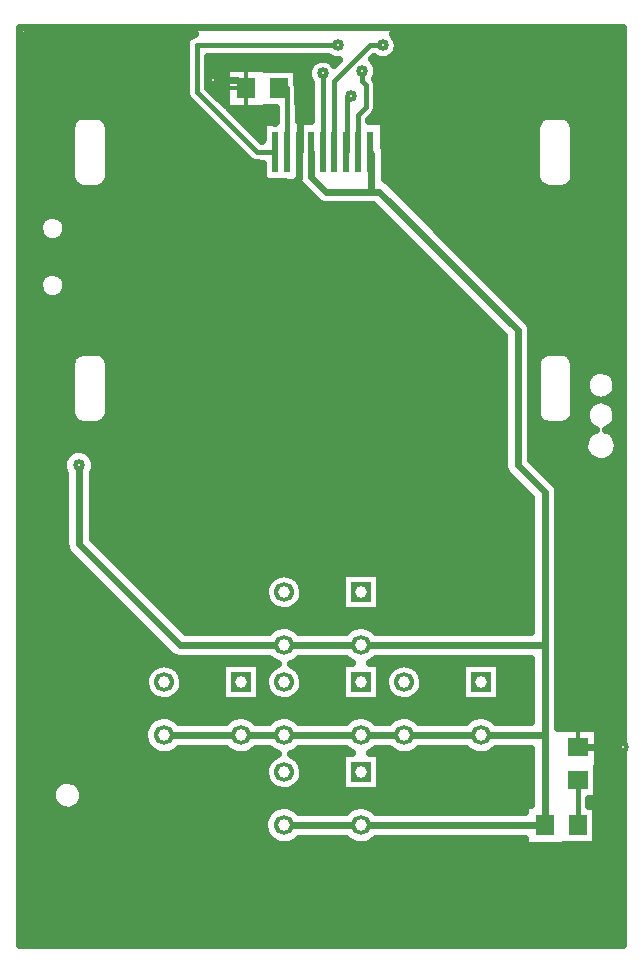
<source format=gbr>
G04 DipTrace 2.4.0.2*
%INBottom.gbr*%
%MOIN*%
%ADD13C,0.0236*%
%ADD14C,0.0157*%
%ADD15C,0.026*%
%ADD16C,0.013*%
%ADD17R,0.063X0.0709*%
%ADD18R,0.0709X0.063*%
%ADD19R,0.0236X0.1378*%
%ADD20R,0.0669X0.0669*%
%ADD21C,0.0669*%
%ADD31C,0.04X0.01*%
%ADD32C,0.01*%
%ADD35C,0.0394*%
%FSLAX44Y44*%
G04*
G70*
G90*
G75*
G01*
%LNBottom*%
%LPD*%
X19000Y-24398D2*
D13*
X20500D1*
X6862Y-2160D2*
X7660D1*
X7938Y-2438D1*
X6862Y-2160D2*
Y-1563D1*
X9750D1*
Y-4522D1*
X9713Y-4560D1*
Y-5412D1*
X9125Y-6000D1*
X3500Y-375D1*
X375D1*
Y-31000D1*
X20500D1*
Y-375D1*
X3500D1*
X9319Y-4560D2*
D14*
Y-2438D1*
X9040D1*
X11000Y-1000D2*
X6313D1*
Y-2563D1*
X8313Y-4563D1*
X8923D1*
X8925Y-4560D1*
X11826Y-1861D2*
Y-2201D1*
X11937Y-2312D1*
Y-3063D1*
X11681Y-3319D1*
Y-4560D1*
X11437Y-2688D2*
X11312D1*
Y-4535D1*
X11287Y-4560D1*
X10500Y-1938D2*
Y-4560D1*
X12500Y-1000D2*
X12063D1*
X10875Y-2188D1*
Y-4579D1*
X10894Y-4560D1*
X19000Y-27000D2*
Y-25500D1*
X11780Y-27000D2*
D13*
X17898D1*
Y-24000D1*
Y-21000D1*
Y-15898D1*
X17000Y-15000D1*
Y-10500D1*
X12375Y-5875D1*
X12125D1*
X10625D1*
X10125Y-5375D1*
Y-4579D1*
X10106Y-4560D1*
X5220Y-24000D2*
X7780D1*
X9220D1*
X11780D1*
X13220D1*
X15780D1*
X17898D1*
X9220Y-21000D2*
X11780D1*
X17898D1*
X9220Y-27000D2*
X11780D1*
X12125Y-5875D2*
Y-4610D1*
X12075Y-4560D1*
X17898Y-27000D2*
D3*
X9220Y-21000D2*
X5750D1*
X2375Y-17625D1*
Y-15000D1*
D31*
X20500Y-24398D3*
D3*
X6862Y-2160D3*
X11000Y-1000D3*
X11826Y-1861D3*
X11437Y-2688D3*
X10500Y-1938D3*
X12500Y-1000D3*
X2375Y-15000D3*
X656Y-888D2*
D15*
X5929D1*
X13013D2*
X20346D1*
X656Y-1147D2*
X5908D1*
X13000D2*
X20346D1*
X656Y-1406D2*
X5908D1*
X6716D2*
X10687D1*
X12814D2*
X20346D1*
X656Y-1664D2*
X5908D1*
X6716D2*
X10058D1*
X12310D2*
X20346D1*
X656Y-1923D2*
X5908D1*
X6716D2*
X7260D1*
X9679D2*
X9977D1*
X12347D2*
X20346D1*
X656Y-2181D2*
X5908D1*
X6716D2*
X7260D1*
X9679D2*
X10041D1*
X12314D2*
X20346D1*
X656Y-2440D2*
X5908D1*
X6748D2*
X7260D1*
X9720D2*
X10098D1*
X12339D2*
X20346D1*
X656Y-2698D2*
X5937D1*
X7008D2*
X7260D1*
X9720D2*
X10098D1*
X12339D2*
X20346D1*
X656Y-2957D2*
X6148D1*
X9720D2*
X10098D1*
X12339D2*
X20346D1*
X656Y-3215D2*
X6408D1*
X7523D2*
X8917D1*
X9720D2*
X10098D1*
X12306D2*
X20346D1*
X656Y-3474D2*
X2214D1*
X3277D2*
X6664D1*
X7783D2*
X8917D1*
X9720D2*
X10098D1*
X12083D2*
X17723D1*
X18790D2*
X20346D1*
X656Y-3732D2*
X2092D1*
X3394D2*
X6923D1*
X8039D2*
X8482D1*
X12558D2*
X17605D1*
X18908D2*
X20346D1*
X656Y-3991D2*
X2092D1*
X3394D2*
X7183D1*
X8299D2*
X8482D1*
X12558D2*
X17601D1*
X18908D2*
X20346D1*
X656Y-4249D2*
X2092D1*
X3394D2*
X7443D1*
X12558D2*
X17601D1*
X18908D2*
X20346D1*
X656Y-4508D2*
X2092D1*
X3394D2*
X7699D1*
X12594D2*
X17601D1*
X18908D2*
X20346D1*
X656Y-4766D2*
X2092D1*
X3394D2*
X7959D1*
X12607D2*
X17601D1*
X18908D2*
X20346D1*
X656Y-5025D2*
X2092D1*
X3394D2*
X8482D1*
X12607D2*
X17601D1*
X18908D2*
X20346D1*
X656Y-5283D2*
X2092D1*
X3394D2*
X8482D1*
X12607D2*
X17601D1*
X18908D2*
X20346D1*
X656Y-5542D2*
X2137D1*
X3350D2*
X8482D1*
X12712D2*
X17650D1*
X18863D2*
X20346D1*
X656Y-5801D2*
X9879D1*
X12972D2*
X20346D1*
X656Y-6059D2*
X10139D1*
X13228D2*
X20346D1*
X656Y-6318D2*
X10492D1*
X13488D2*
X20346D1*
X656Y-6576D2*
X12404D1*
X13748D2*
X20346D1*
X656Y-6835D2*
X1101D1*
X1900D2*
X12664D1*
X14003D2*
X20346D1*
X656Y-7093D2*
X1016D1*
X1986D2*
X12924D1*
X14263D2*
X20346D1*
X656Y-7352D2*
X1093D1*
X1908D2*
X13184D1*
X14523D2*
X20346D1*
X656Y-7610D2*
X13440D1*
X14779D2*
X20346D1*
X656Y-7869D2*
X13700D1*
X15039D2*
X20346D1*
X656Y-8127D2*
X13959D1*
X15298D2*
X20346D1*
X656Y-8386D2*
X14215D1*
X15554D2*
X20346D1*
X656Y-8644D2*
X1187D1*
X1815D2*
X14475D1*
X15814D2*
X20346D1*
X656Y-8903D2*
X1028D1*
X1973D2*
X14735D1*
X16074D2*
X20346D1*
X656Y-9161D2*
X1044D1*
X1953D2*
X14991D1*
X16330D2*
X20346D1*
X656Y-9420D2*
X1292D1*
X1709D2*
X15251D1*
X16590D2*
X20346D1*
X656Y-9678D2*
X15510D1*
X16849D2*
X20346D1*
X656Y-9937D2*
X15766D1*
X17105D2*
X20346D1*
X656Y-10196D2*
X16026D1*
X17365D2*
X20346D1*
X656Y-10454D2*
X16286D1*
X17479D2*
X20346D1*
X656Y-10713D2*
X16517D1*
X17483D2*
X20346D1*
X656Y-10971D2*
X16517D1*
X17483D2*
X20346D1*
X656Y-11230D2*
X2417D1*
X3074D2*
X16517D1*
X17483D2*
X17930D1*
X18587D2*
X20346D1*
X656Y-11488D2*
X2120D1*
X3366D2*
X16517D1*
X17483D2*
X17638D1*
X18879D2*
X20346D1*
X656Y-11747D2*
X2092D1*
X3394D2*
X16517D1*
X18912D2*
X20346D1*
X656Y-12005D2*
X2092D1*
X3394D2*
X16517D1*
X18912D2*
X19355D1*
X20203D2*
X20343D1*
X656Y-12264D2*
X2092D1*
X3394D2*
X16517D1*
X18912D2*
X19246D1*
X656Y-12522D2*
X2092D1*
X3394D2*
X16517D1*
X18912D2*
X19278D1*
X656Y-12781D2*
X2092D1*
X3394D2*
X16517D1*
X18912D2*
X19505D1*
X20053D2*
X20346D1*
X656Y-13039D2*
X2092D1*
X3394D2*
X16517D1*
X18912D2*
X19331D1*
X656Y-13298D2*
X2100D1*
X3390D2*
X16517D1*
X17483D2*
X17615D1*
X18904D2*
X19242D1*
X656Y-13556D2*
X2254D1*
X3236D2*
X16517D1*
X17483D2*
X17768D1*
X18749D2*
X19294D1*
X656Y-13815D2*
X16517D1*
X17483D2*
X19550D1*
X20008D2*
X20346D1*
X656Y-14073D2*
X16517D1*
X17483D2*
X19262D1*
X656Y-14332D2*
X16517D1*
X17483D2*
X19201D1*
X656Y-14591D2*
X2003D1*
X2749D2*
X16517D1*
X17483D2*
X19266D1*
X656Y-14849D2*
X1832D1*
X2915D2*
X16517D1*
X17519D2*
X19562D1*
X20000D2*
X20346D1*
X656Y-15108D2*
X1824D1*
X2927D2*
X16534D1*
X17779D2*
X20346D1*
X656Y-15366D2*
X1893D1*
X2854D2*
X16696D1*
X18035D2*
X20346D1*
X656Y-15625D2*
X1893D1*
X2854D2*
X16956D1*
X18287D2*
X20346D1*
X656Y-15883D2*
X1893D1*
X2854D2*
X17212D1*
X18380D2*
X20346D1*
X656Y-16142D2*
X1893D1*
X2854D2*
X17415D1*
X18380D2*
X20346D1*
X656Y-16400D2*
X1893D1*
X2854D2*
X17415D1*
X18380D2*
X20346D1*
X656Y-16659D2*
X1893D1*
X2854D2*
X17415D1*
X18380D2*
X20346D1*
X656Y-16917D2*
X1893D1*
X2854D2*
X17415D1*
X18380D2*
X20346D1*
X656Y-17176D2*
X1893D1*
X2854D2*
X17415D1*
X18380D2*
X20346D1*
X656Y-17434D2*
X1893D1*
X2854D2*
X17415D1*
X18380D2*
X20346D1*
X656Y-17693D2*
X1897D1*
X3114D2*
X17415D1*
X18380D2*
X20346D1*
X656Y-17951D2*
X2031D1*
X3370D2*
X17415D1*
X18380D2*
X20346D1*
X656Y-18210D2*
X2291D1*
X3630D2*
X17415D1*
X18380D2*
X20346D1*
X656Y-18469D2*
X2551D1*
X3890D2*
X17415D1*
X18380D2*
X20346D1*
X656Y-18727D2*
X2807D1*
X4146D2*
X8807D1*
X9631D2*
X11121D1*
X12436D2*
X17415D1*
X18380D2*
X20346D1*
X656Y-18986D2*
X3066D1*
X4405D2*
X8612D1*
X9830D2*
X11121D1*
X12436D2*
X17415D1*
X18380D2*
X20346D1*
X656Y-19244D2*
X3326D1*
X4665D2*
X8564D1*
X9878D2*
X11121D1*
X12436D2*
X17415D1*
X18380D2*
X20346D1*
X656Y-19503D2*
X3582D1*
X4921D2*
X8625D1*
X9817D2*
X11121D1*
X12436D2*
X17415D1*
X18380D2*
X20346D1*
X656Y-19761D2*
X3842D1*
X5181D2*
X8856D1*
X9586D2*
X11121D1*
X12436D2*
X17415D1*
X18380D2*
X20346D1*
X656Y-20020D2*
X4102D1*
X5441D2*
X17415D1*
X18380D2*
X20346D1*
X656Y-20278D2*
X4357D1*
X5696D2*
X17415D1*
X18380D2*
X20346D1*
X656Y-20537D2*
X4617D1*
X5956D2*
X8710D1*
X9732D2*
X11268D1*
X12290D2*
X17415D1*
X18380D2*
X20346D1*
X656Y-20795D2*
X4877D1*
X18380D2*
X20346D1*
X656Y-21054D2*
X5133D1*
X18380D2*
X20346D1*
X656Y-21312D2*
X5393D1*
X18380D2*
X20346D1*
X656Y-21571D2*
X8840D1*
X9602D2*
X11402D1*
X12160D2*
X17415D1*
X18380D2*
X20346D1*
X656Y-21829D2*
X4703D1*
X5737D2*
X7122D1*
X8437D2*
X8706D1*
X9736D2*
X11121D1*
X12436D2*
X12705D1*
X13735D2*
X15121D1*
X16439D2*
X17415D1*
X18380D2*
X20346D1*
X656Y-22088D2*
X4577D1*
X5863D2*
X7122D1*
X8437D2*
X8580D1*
X9862D2*
X11121D1*
X12436D2*
X12579D1*
X13861D2*
X15121D1*
X16439D2*
X17415D1*
X18380D2*
X20346D1*
X656Y-22346D2*
X4573D1*
X5867D2*
X7122D1*
X8437D2*
X8572D1*
X9866D2*
X11121D1*
X12436D2*
X12575D1*
X13869D2*
X15121D1*
X16439D2*
X17415D1*
X18380D2*
X20346D1*
X656Y-22605D2*
X4686D1*
X5753D2*
X7122D1*
X8437D2*
X8685D1*
X9752D2*
X11121D1*
X12436D2*
X12685D1*
X13756D2*
X15121D1*
X16439D2*
X17415D1*
X18380D2*
X20346D1*
X656Y-22864D2*
X17415D1*
X18380D2*
X20346D1*
X656Y-23122D2*
X17415D1*
X18380D2*
X20346D1*
X656Y-23381D2*
X4934D1*
X5506D2*
X7492D1*
X8063D2*
X8933D1*
X9505D2*
X11495D1*
X12067D2*
X12936D1*
X13508D2*
X15494D1*
X16066D2*
X17415D1*
X18380D2*
X20346D1*
X656Y-23639D2*
X4629D1*
X18380D2*
X20346D1*
X656Y-23898D2*
X4532D1*
X19716D2*
X20346D1*
X656Y-24156D2*
X4540D1*
X19716D2*
X20346D1*
X656Y-24415D2*
X4666D1*
X19716D2*
X20346D1*
X656Y-24673D2*
X8893D1*
X9549D2*
X11121D1*
X12436D2*
X17415D1*
X19716D2*
X20346D1*
X656Y-24932D2*
X8637D1*
X9805D2*
X11121D1*
X12436D2*
X17415D1*
X19716D2*
X20346D1*
X656Y-25190D2*
X8564D1*
X9878D2*
X11121D1*
X12436D2*
X17415D1*
X19679D2*
X20346D1*
X656Y-25449D2*
X8600D1*
X9838D2*
X11121D1*
X12436D2*
X17415D1*
X19679D2*
X20346D1*
X656Y-25707D2*
X1552D1*
X2448D2*
X8783D1*
X9659D2*
X11121D1*
X12436D2*
X17415D1*
X19679D2*
X20346D1*
X656Y-25966D2*
X1463D1*
X2538D2*
X17415D1*
X19679D2*
X20346D1*
X656Y-26224D2*
X1511D1*
X2489D2*
X17415D1*
X19403D2*
X20346D1*
X656Y-26483D2*
X1796D1*
X2201D2*
X8767D1*
X9675D2*
X11324D1*
X12233D2*
X17220D1*
X19639D2*
X20346D1*
X656Y-26741D2*
X8576D1*
X19639D2*
X20346D1*
X656Y-27000D2*
X8523D1*
X19639D2*
X20346D1*
X656Y-27259D2*
X8576D1*
X19639D2*
X20346D1*
X656Y-27517D2*
X8767D1*
X9675D2*
X11324D1*
X12233D2*
X17220D1*
X19639D2*
X20346D1*
X656Y-27776D2*
X20346D1*
X656Y-28034D2*
X20346D1*
X656Y-28293D2*
X20346D1*
X656Y-28551D2*
X20346D1*
X656Y-28810D2*
X20346D1*
X656Y-29068D2*
X20346D1*
X656Y-29327D2*
X20346D1*
X656Y-29585D2*
X20346D1*
X656Y-29844D2*
X20346D1*
X656Y-30102D2*
X20346D1*
X656Y-30361D2*
X20346D1*
X656Y-30619D2*
X20346D1*
X12054Y-3534D2*
X12530D1*
Y-4402D1*
X12564Y-4491D1*
X12580Y-4610D1*
Y-5467D1*
X12697Y-5553D1*
X17322Y-10178D1*
X17400Y-10282D1*
X17445Y-10407D1*
X17455Y-10500D1*
Y-14808D1*
X18220Y-15576D1*
X18297Y-15679D1*
X18343Y-15805D1*
X18353Y-15898D1*
Y-23749D1*
X18490Y-23746D1*
X19691D1*
Y-25050D1*
X19652D1*
Y-26113D1*
X19380D1*
X19377Y-26349D1*
X19613Y-26348D1*
Y-27652D1*
X18553D1*
X18550Y-27691D1*
X17246D1*
Y-27452D1*
X15949Y-27455D1*
X12274D1*
X12161Y-27553D1*
X12048Y-27616D1*
X11924Y-27656D1*
X11795Y-27672D1*
X11666Y-27662D1*
X11541Y-27628D1*
X11425Y-27570D1*
X11322Y-27492D1*
X11287Y-27452D1*
X10610Y-27455D1*
X9713D1*
X9602Y-27553D1*
X9489Y-27616D1*
X9365Y-27656D1*
X9236Y-27672D1*
X9107Y-27662D1*
X8982Y-27628D1*
X8866Y-27570D1*
X8763Y-27492D1*
X8677Y-27394D1*
X8611Y-27283D1*
X8568Y-27160D1*
X8549Y-27032D1*
X8556Y-26902D1*
X8587Y-26776D1*
X8642Y-26659D1*
X8718Y-26554D1*
X8813Y-26466D1*
X8924Y-26397D1*
X9045Y-26352D1*
X9173Y-26330D1*
X9302Y-26333D1*
X9429Y-26361D1*
X9548Y-26413D1*
X9655Y-26487D1*
X9708Y-26542D1*
X11287Y-26545D1*
X11372Y-26466D1*
X11483Y-26397D1*
X11604Y-26352D1*
X11732Y-26330D1*
X11862Y-26333D1*
X11988Y-26361D1*
X12107Y-26413D1*
X12214Y-26487D1*
X12267Y-26542D1*
X13988Y-26545D1*
X17248D1*
X17246Y-26309D1*
X17444D1*
X17442Y-24454D1*
X16270Y-24455D1*
X16161Y-24553D1*
X16048Y-24616D1*
X15924Y-24656D1*
X15795Y-24672D1*
X15666Y-24662D1*
X15541Y-24628D1*
X15425Y-24570D1*
X15322Y-24492D1*
X15287Y-24452D1*
X14610Y-24455D1*
X13713D1*
X13602Y-24553D1*
X13489Y-24616D1*
X13365Y-24656D1*
X13236Y-24672D1*
X13107Y-24662D1*
X12982Y-24628D1*
X12866Y-24570D1*
X12763Y-24492D1*
X12728Y-24452D1*
X12274Y-24455D1*
X12161Y-24553D1*
X12087Y-24594D1*
X12412Y-24596D1*
Y-25861D1*
X11147D1*
Y-24596D1*
X11468D1*
X11322Y-24492D1*
X11287Y-24452D1*
X10610Y-24455D1*
X9713D1*
X9602Y-24553D1*
X9489Y-24616D1*
X9438Y-24632D1*
X9592Y-24717D1*
X9689Y-24803D1*
X9766Y-24908D1*
X9820Y-25026D1*
X9848Y-25152D1*
X9853Y-25228D1*
X9840Y-25357D1*
X9800Y-25481D1*
X9737Y-25594D1*
X9651Y-25691D1*
X9548Y-25770D1*
X9430Y-25825D1*
X9304Y-25855D1*
X9175Y-25859D1*
X9047Y-25836D1*
X8926Y-25788D1*
X8818Y-25717D1*
X8727Y-25624D1*
X8657Y-25515D1*
X8610Y-25394D1*
X8589Y-25266D1*
X8595Y-25137D1*
X8627Y-25011D1*
X8683Y-24894D1*
X8763Y-24792D1*
X8861Y-24708D1*
X9002Y-24637D1*
X8866Y-24570D1*
X8763Y-24492D1*
X8728Y-24452D1*
X8274Y-24455D1*
X8161Y-24553D1*
X8048Y-24616D1*
X7924Y-24656D1*
X7795Y-24672D1*
X7666Y-24662D1*
X7541Y-24628D1*
X7425Y-24570D1*
X7322Y-24492D1*
X7287Y-24452D1*
X6610Y-24455D1*
X5713D1*
X5602Y-24553D1*
X5489Y-24616D1*
X5365Y-24656D1*
X5236Y-24672D1*
X5107Y-24662D1*
X4982Y-24628D1*
X4866Y-24570D1*
X4763Y-24492D1*
X4677Y-24394D1*
X4611Y-24283D1*
X4568Y-24160D1*
X4549Y-24032D1*
X4556Y-23902D1*
X4587Y-23776D1*
X4642Y-23659D1*
X4718Y-23554D1*
X4813Y-23466D1*
X4924Y-23397D1*
X5045Y-23352D1*
X5173Y-23330D1*
X5302Y-23333D1*
X5429Y-23361D1*
X5548Y-23413D1*
X5655Y-23487D1*
X5708Y-23542D1*
X7287Y-23545D1*
X7372Y-23466D1*
X7483Y-23397D1*
X7604Y-23352D1*
X7732Y-23330D1*
X7862Y-23333D1*
X7988Y-23361D1*
X8107Y-23413D1*
X8214Y-23487D1*
X8267Y-23542D1*
X8726Y-23545D1*
X8813Y-23466D1*
X8924Y-23397D1*
X9045Y-23352D1*
X9173Y-23330D1*
X9302Y-23333D1*
X9429Y-23361D1*
X9548Y-23413D1*
X9655Y-23487D1*
X9708Y-23542D1*
X11287Y-23545D1*
X11372Y-23466D1*
X11483Y-23397D1*
X11604Y-23352D1*
X11732Y-23330D1*
X11862Y-23333D1*
X11988Y-23361D1*
X12107Y-23413D1*
X12214Y-23487D1*
X12267Y-23542D1*
X12726Y-23545D1*
X12813Y-23466D1*
X12924Y-23397D1*
X13045Y-23352D1*
X13173Y-23330D1*
X13302Y-23333D1*
X13429Y-23361D1*
X13548Y-23413D1*
X13655Y-23487D1*
X13708Y-23542D1*
X15287Y-23545D1*
X15372Y-23466D1*
X15483Y-23397D1*
X15604Y-23352D1*
X15732Y-23330D1*
X15862Y-23333D1*
X15988Y-23361D1*
X16107Y-23413D1*
X16214Y-23487D1*
X16267Y-23542D1*
X17440Y-23545D1*
X17442Y-21454D1*
X12274Y-21455D1*
X12161Y-21553D1*
X12087Y-21594D1*
X12412Y-21596D1*
Y-22861D1*
X11147D1*
Y-21596D1*
X11468D1*
X11322Y-21492D1*
X11287Y-21452D1*
X10610Y-21455D1*
X9713D1*
X9602Y-21553D1*
X9489Y-21616D1*
X9438Y-21632D1*
X9592Y-21717D1*
X9689Y-21803D1*
X9766Y-21908D1*
X9820Y-22026D1*
X9848Y-22152D1*
X9853Y-22228D1*
X9840Y-22357D1*
X9800Y-22481D1*
X9737Y-22594D1*
X9651Y-22691D1*
X9548Y-22770D1*
X9430Y-22825D1*
X9304Y-22855D1*
X9175Y-22859D1*
X9047Y-22836D1*
X8926Y-22788D1*
X8818Y-22717D1*
X8727Y-22624D1*
X8657Y-22515D1*
X8610Y-22394D1*
X8589Y-22266D1*
X8595Y-22137D1*
X8627Y-22011D1*
X8683Y-21894D1*
X8763Y-21792D1*
X8861Y-21708D1*
X9002Y-21637D1*
X8866Y-21570D1*
X8763Y-21492D1*
X8728Y-21452D1*
X8051Y-21455D1*
X5750D1*
X5622Y-21437D1*
X5501Y-21380D1*
X5428Y-21322D1*
X2053Y-17947D1*
X1975Y-17843D1*
X1930Y-17718D1*
X1920Y-17625D1*
Y-15282D1*
X1853Y-15127D1*
X1838Y-14999D1*
X1854Y-14870D1*
X1900Y-14749D1*
X1974Y-14642D1*
X2071Y-14557D1*
X2186Y-14497D1*
X2312Y-14467D1*
X2442D1*
X2568Y-14499D1*
X2682Y-14559D1*
X2779Y-14646D1*
X2852Y-14753D1*
X2897Y-14874D1*
X2912Y-15000D1*
X2897Y-15129D1*
X2851Y-15250D1*
X2830Y-15280D1*
Y-17440D1*
X3983Y-18589D1*
X5938Y-20544D1*
X8726Y-20545D1*
X8813Y-20466D1*
X8924Y-20397D1*
X9045Y-20352D1*
X9173Y-20330D1*
X9302Y-20333D1*
X9429Y-20361D1*
X9548Y-20413D1*
X9655Y-20487D1*
X9708Y-20542D1*
X11287Y-20545D1*
X11372Y-20466D1*
X11483Y-20397D1*
X11604Y-20352D1*
X11732Y-20330D1*
X11862Y-20333D1*
X11988Y-20361D1*
X12107Y-20413D1*
X12214Y-20487D1*
X12267Y-20542D1*
X13988Y-20545D1*
X17443D1*
X17442Y-16083D1*
X16678Y-15322D1*
X16600Y-15218D1*
X16555Y-15093D1*
X16545Y-15000D1*
Y-10692D1*
X15392Y-9536D1*
X12185Y-6329D1*
X10625Y-6330D1*
X10497Y-6312D1*
X10376Y-6255D1*
X10303Y-6197D1*
X9803Y-5697D1*
X9724Y-5589D1*
X9518Y-5586D1*
X9257D1*
Y-5546D1*
X8903Y-5543D1*
X8821Y-5547D1*
X8509D1*
Y-4942D1*
X8313Y-4939D1*
X8185Y-4917D1*
X8056Y-4838D1*
X6046Y-2829D1*
X5972Y-2723D1*
X5936Y-2576D1*
Y-1000D1*
X5958Y-873D1*
X6022Y-760D1*
X6120Y-676D1*
X6245Y-630D1*
X630D1*
Y-30866D1*
X20370D1*
Y-630D1*
X12831D1*
X12927Y-743D1*
X12978Y-862D1*
X12998Y-1000D1*
X12981Y-1128D1*
X12932Y-1248D1*
X12853Y-1351D1*
X12750Y-1430D1*
X12631Y-1480D1*
X12502Y-1498D1*
X12374Y-1482D1*
X12254Y-1433D1*
X12199Y-1391D1*
X12131Y-1464D1*
X12253Y-1605D1*
X12305Y-1723D1*
X12324Y-1861D1*
X12307Y-1990D1*
X12255Y-2113D1*
X12305Y-2230D1*
X12287Y-2172D1*
X12314Y-2312D1*
Y-3063D1*
X12292Y-3190D1*
X12213Y-3319D1*
X12057Y-3475D1*
X9696Y-3534D2*
X10124D1*
X10123Y-2266D1*
X10071Y-2190D1*
X10020Y-2071D1*
X10002Y-1942D1*
X10018Y-1814D1*
X10066Y-1693D1*
X10144Y-1590D1*
X10246Y-1510D1*
X10365Y-1458D1*
X10493Y-1440D1*
X10621Y-1455D1*
X10742Y-1502D1*
X10846Y-1580D1*
X10894Y-1640D1*
X11031Y-1499D1*
X10874Y-1482D1*
X10754Y-1433D1*
X10680Y-1377D1*
X6692D1*
X6689Y-1909D1*
Y-2409D1*
X7285Y-2999D1*
Y-1746D1*
X8590D1*
Y-1786D1*
X9653Y-1785D1*
Y-2260D1*
X9695Y-2424D1*
X9699Y-3534D1*
X10115D1*
X8903Y-3574D2*
X8940Y-3573D1*
X8942Y-3391D1*
Y-3086D1*
X8593Y-3090D1*
X8590Y-3129D1*
X7411D1*
X8471Y-4188D1*
X8509Y-4117D1*
Y-3573D1*
X8899D1*
X20278Y-12459D2*
X20230Y-12579D1*
X20154Y-12684D1*
X20053Y-12766D1*
X19936Y-12820D1*
X19892Y-12828D1*
X19951Y-12845D1*
X20067Y-12903D1*
X20165Y-12989D1*
X20238Y-13096D1*
X20282Y-13217D1*
X20294Y-13330D1*
X20278Y-13459D1*
X20230Y-13579D1*
X20154Y-13684D1*
X20053Y-13766D1*
X19962Y-13808D1*
X20021Y-13831D1*
X20130Y-13901D1*
X20220Y-13994D1*
X20286Y-14106D1*
X20325Y-14230D1*
X20334Y-14330D1*
X20319Y-14459D1*
X20274Y-14580D1*
X20202Y-14688D1*
X20107Y-14777D1*
X19994Y-14841D1*
X19870Y-14876D1*
X19740Y-14882D1*
X19613Y-14858D1*
X19495Y-14805D1*
X19392Y-14725D1*
X19311Y-14624D1*
X19255Y-14507D1*
X19229Y-14380D1*
X19232Y-14251D1*
X19265Y-14126D1*
X19327Y-14012D1*
X19413Y-13915D1*
X19520Y-13841D1*
X19599Y-13810D1*
X19556Y-13793D1*
X19448Y-13723D1*
X19360Y-13627D1*
X19299Y-13513D1*
X19269Y-13387D1*
X19271Y-13257D1*
X19305Y-13132D1*
X19370Y-13020D1*
X19460Y-12927D1*
X19571Y-12860D1*
X19668Y-12831D1*
X19556Y-12793D1*
X19448Y-12723D1*
X19360Y-12627D1*
X19299Y-12513D1*
X19269Y-12387D1*
X19271Y-12257D1*
X19305Y-12132D1*
X19370Y-12020D1*
X19460Y-11927D1*
X19571Y-11860D1*
X19695Y-11823D1*
X19825Y-11818D1*
X19951Y-11845D1*
X20067Y-11903D1*
X20165Y-11989D1*
X20238Y-12096D1*
X20282Y-12217D1*
X20294Y-12330D1*
X20278Y-12459D1*
X1939Y-9128D2*
X1886Y-9246D1*
X1802Y-9344D1*
X1693Y-9415D1*
X1569Y-9453D1*
X1440Y-9454D1*
X1315Y-9419D1*
X1205Y-9350D1*
X1119Y-9254D1*
X1063Y-9137D1*
X1042Y-9009D1*
X1058Y-8881D1*
X1109Y-8762D1*
X1192Y-8662D1*
X1299Y-8589D1*
X1422Y-8549D1*
X1551Y-8545D1*
X1677Y-8578D1*
X1788Y-8644D1*
X1876Y-8739D1*
X1934Y-8855D1*
X1958Y-9000D1*
X1939Y-9128D1*
Y-7228D2*
X1886Y-7346D1*
X1802Y-7444D1*
X1693Y-7515D1*
X1569Y-7553D1*
X1440Y-7554D1*
X1315Y-7519D1*
X1205Y-7450D1*
X1119Y-7354D1*
X1063Y-7237D1*
X1042Y-7109D1*
X1058Y-6981D1*
X1109Y-6862D1*
X1192Y-6762D1*
X1299Y-6689D1*
X1422Y-6649D1*
X1551Y-6645D1*
X1677Y-6678D1*
X1788Y-6744D1*
X1876Y-6839D1*
X1934Y-6955D1*
X1958Y-7100D1*
X1939Y-7228D1*
X11277Y-18596D2*
X12412D1*
Y-19861D1*
X11147D1*
Y-18596D1*
X11277D1*
X9840Y-19357D2*
X9800Y-19481D1*
X9737Y-19594D1*
X9651Y-19691D1*
X9548Y-19770D1*
X9430Y-19825D1*
X9304Y-19855D1*
X9175Y-19859D1*
X9047Y-19836D1*
X8926Y-19788D1*
X8818Y-19717D1*
X8727Y-19624D1*
X8657Y-19515D1*
X8610Y-19394D1*
X8589Y-19266D1*
X8595Y-19137D1*
X8627Y-19011D1*
X8683Y-18894D1*
X8763Y-18792D1*
X8861Y-18708D1*
X8975Y-18645D1*
X9099Y-18608D1*
X9228Y-18596D1*
X9357Y-18611D1*
X9480Y-18652D1*
X9592Y-18717D1*
X9689Y-18803D1*
X9766Y-18908D1*
X9820Y-19026D1*
X9848Y-19152D1*
X9853Y-19228D1*
X9840Y-19357D1*
X7277Y-21596D2*
X8412D1*
Y-22861D1*
X7147D1*
Y-21596D1*
X7277D1*
X5840Y-22357D2*
X5800Y-22481D1*
X5737Y-22594D1*
X5651Y-22691D1*
X5548Y-22770D1*
X5430Y-22825D1*
X5304Y-22855D1*
X5175Y-22859D1*
X5047Y-22836D1*
X4926Y-22788D1*
X4818Y-22717D1*
X4727Y-22624D1*
X4657Y-22515D1*
X4610Y-22394D1*
X4589Y-22266D1*
X4595Y-22137D1*
X4627Y-22011D1*
X4683Y-21894D1*
X4763Y-21792D1*
X4861Y-21708D1*
X4975Y-21645D1*
X5099Y-21608D1*
X5228Y-21596D1*
X5357Y-21611D1*
X5480Y-21652D1*
X5592Y-21717D1*
X5689Y-21803D1*
X5766Y-21908D1*
X5820Y-22026D1*
X5848Y-22152D1*
X5853Y-22228D1*
X5840Y-22357D1*
X15277Y-21596D2*
X16412D1*
Y-22861D1*
X15147D1*
Y-21596D1*
X15277D1*
X13840Y-22357D2*
X13800Y-22481D1*
X13737Y-22594D1*
X13651Y-22691D1*
X13548Y-22770D1*
X13430Y-22825D1*
X13304Y-22855D1*
X13175Y-22859D1*
X13047Y-22836D1*
X12926Y-22788D1*
X12818Y-22717D1*
X12727Y-22624D1*
X12657Y-22515D1*
X12610Y-22394D1*
X12589Y-22266D1*
X12595Y-22137D1*
X12627Y-22011D1*
X12683Y-21894D1*
X12763Y-21792D1*
X12861Y-21708D1*
X12975Y-21645D1*
X13099Y-21608D1*
X13228Y-21596D1*
X13357Y-21611D1*
X13480Y-21652D1*
X13592Y-21717D1*
X13689Y-21803D1*
X13766Y-21908D1*
X13820Y-22026D1*
X13848Y-22152D1*
X13853Y-22228D1*
X13840Y-22357D1*
X2498Y-26129D2*
X2450Y-26249D1*
X2374Y-26354D1*
X2273Y-26436D1*
X2156Y-26490D1*
X2028Y-26514D1*
X1899Y-26504D1*
X1776Y-26463D1*
X1668Y-26393D1*
X1580Y-26297D1*
X1519Y-26183D1*
X1489Y-26057D1*
X1491Y-25927D1*
X1525Y-25802D1*
X1590Y-25690D1*
X1680Y-25597D1*
X1791Y-25530D1*
X1915Y-25493D1*
X2045Y-25488D1*
X2171Y-25515D1*
X2287Y-25573D1*
X2385Y-25659D1*
X2458Y-25766D1*
X2502Y-25887D1*
X2514Y-26000D1*
X2498Y-26129D1*
X18189Y-3343D2*
X18454D1*
X18581Y-3362D1*
X18698Y-3419D1*
X18792Y-3508D1*
X18856Y-3621D1*
X18883Y-3773D1*
Y-5348D1*
X18864Y-5476D1*
X18807Y-5592D1*
X18719Y-5686D1*
X18606Y-5750D1*
X18454Y-5777D1*
X18059D1*
X17931Y-5758D1*
X17815Y-5701D1*
X17720Y-5613D1*
X17657Y-5500D1*
X17629Y-5348D1*
Y-3773D1*
X17649Y-3645D1*
X17705Y-3529D1*
X17794Y-3434D1*
X17907Y-3371D1*
X18059Y-3343D1*
X18189D1*
X2677D2*
X2940D1*
X3068Y-3362D1*
X3184Y-3419D1*
X3279Y-3508D1*
X3342Y-3621D1*
X3370Y-3773D1*
Y-5348D1*
X3351Y-5476D1*
X3294Y-5592D1*
X3205Y-5686D1*
X3092Y-5750D1*
X2940Y-5777D1*
X2547D1*
X2419Y-5758D1*
X2303Y-5701D1*
X2209Y-5613D1*
X2145Y-5500D1*
X2117Y-5348D1*
Y-3773D1*
X2137Y-3645D1*
X2193Y-3529D1*
X2282Y-3434D1*
X2395Y-3371D1*
X2547Y-3343D1*
X2677D1*
X18192Y-11216D2*
X18455D1*
X18583Y-11236D1*
X18699Y-11292D1*
X18794Y-11381D1*
X18857Y-11494D1*
X18885Y-11646D1*
Y-13221D1*
X18866Y-13349D1*
X18809Y-13465D1*
X18720Y-13559D1*
X18607Y-13623D1*
X18455Y-13651D1*
X18062D1*
X17934Y-13631D1*
X17818Y-13575D1*
X17724Y-13486D1*
X17660Y-13373D1*
X17632Y-13221D1*
Y-11646D1*
X17652Y-11518D1*
X17708Y-11402D1*
X17797Y-11308D1*
X17910Y-11244D1*
X18062Y-11216D1*
X18192D1*
X2677D2*
X2940D1*
X3068Y-11236D1*
X3184Y-11292D1*
X3279Y-11381D1*
X3342Y-11494D1*
X3370Y-11646D1*
Y-13221D1*
X3351Y-13349D1*
X3294Y-13465D1*
X3205Y-13559D1*
X3092Y-13623D1*
X2940Y-13651D1*
X2547D1*
X2419Y-13631D1*
X2303Y-13575D1*
X2209Y-13486D1*
X2145Y-13373D1*
X2117Y-13221D1*
Y-11646D1*
X2137Y-11518D1*
X2193Y-11402D1*
X2282Y-11308D1*
X2395Y-11244D1*
X2547Y-11216D1*
X2677D1*
X9713Y-3534D2*
D16*
Y-5585D1*
X7938Y-1747D2*
Y-3128D1*
X7286Y-2438D2*
X7938D1*
X19000Y-23746D2*
Y-24398D1*
X19691D1*
D19*
X12075Y-4560D3*
X11681D3*
X11287D3*
X10894D3*
X10500D3*
X10106D3*
X9713D3*
X9319D3*
X8925D3*
D17*
X7938Y-2438D3*
X9040D3*
X19000Y-27000D3*
X17898D3*
D18*
X19000Y-25500D3*
Y-24398D3*
D20*
X11780Y-19228D3*
D21*
Y-21000D3*
X9220D3*
Y-19228D3*
D20*
X11780Y-22228D3*
D21*
Y-24000D3*
X9220D3*
Y-22228D3*
D20*
X11780Y-25228D3*
D21*
Y-27000D3*
X9220D3*
Y-25228D3*
D20*
X7780Y-22228D3*
D21*
Y-24000D3*
X5220D3*
Y-22228D3*
D20*
X15780D3*
D21*
Y-24000D3*
X13220D3*
Y-22228D3*
%LNBottomC*%
%LPC*%
D32*
X20500Y-24398D3*
D3*
X6862Y-2160D3*
X11000Y-1000D3*
X11826Y-1861D3*
X11437Y-2688D3*
X10500Y-1938D3*
X12500Y-1000D3*
X2375Y-15000D3*
D35*
X11780Y-19228D3*
Y-21000D3*
X9220D3*
Y-19228D3*
X11780Y-22228D3*
Y-24000D3*
X9220D3*
Y-22228D3*
X11780Y-25228D3*
Y-27000D3*
X9220D3*
Y-25228D3*
X7780Y-22228D3*
Y-24000D3*
X5220D3*
Y-22228D3*
X15780D3*
Y-24000D3*
X13220D3*
Y-22228D3*
M02*

</source>
